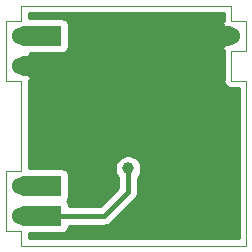
<source format=gbr>
%TF.GenerationSoftware,KiCad,Pcbnew,(5.1.9)-1*%
%TF.CreationDate,2021-05-28T15:44:06+02:00*%
%TF.ProjectId,16_STEP_DOWN,31365f53-5445-4505-9f44-4f574e2e6b69,rev?*%
%TF.SameCoordinates,Original*%
%TF.FileFunction,Copper,L2,Bot*%
%TF.FilePolarity,Positive*%
%FSLAX46Y46*%
G04 Gerber Fmt 4.6, Leading zero omitted, Abs format (unit mm)*
G04 Created by KiCad (PCBNEW (5.1.9)-1) date 2021-05-28 15:44:06*
%MOMM*%
%LPD*%
G01*
G04 APERTURE LIST*
%TA.AperFunction,Profile*%
%ADD10C,0.050000*%
%TD*%
%TA.AperFunction,ComponentPad*%
%ADD11C,1.524000*%
%TD*%
%TA.AperFunction,ComponentPad*%
%ADD12C,0.100000*%
%TD*%
%TA.AperFunction,ViaPad*%
%ADD13C,1.000000*%
%TD*%
%TA.AperFunction,Conductor*%
%ADD14C,0.400000*%
%TD*%
%TA.AperFunction,Conductor*%
%ADD15C,0.254000*%
%TD*%
%TA.AperFunction,Conductor*%
%ADD16C,0.100000*%
%TD*%
G04 APERTURE END LIST*
D10*
X119380000Y-67310000D02*
X120650000Y-67310000D01*
X119380000Y-64770000D02*
X119380000Y-67310000D01*
X120650000Y-64770000D02*
X119380000Y-64770000D01*
X120650000Y-62230000D02*
X120650000Y-64770000D01*
X119380000Y-62230000D02*
X120650000Y-62230000D01*
X119380000Y-60960000D02*
X119380000Y-62230000D01*
X113665000Y-60960000D02*
X119380000Y-60960000D01*
X114935000Y-81280000D02*
X120650000Y-81280000D01*
X101600000Y-62230000D02*
X101600000Y-60960000D01*
X100330000Y-62230000D02*
X101600000Y-62230000D01*
X100330000Y-64770000D02*
X100330000Y-62230000D01*
X101600000Y-67310000D02*
X100330000Y-67310000D01*
X101600000Y-74930000D02*
X101600000Y-67310000D01*
X100330000Y-74930000D02*
X101600000Y-74930000D01*
X120650000Y-67310000D02*
X120650000Y-81280000D01*
X101600000Y-60960000D02*
X113665000Y-60960000D01*
X101600000Y-80010000D02*
X101600000Y-81280000D01*
X100330000Y-80010000D02*
X101600000Y-80010000D01*
X100330000Y-64770000D02*
X100330000Y-67310000D01*
X114935000Y-81280000D02*
X101600000Y-81280000D01*
X100330000Y-80010000D02*
X100330000Y-74930000D01*
D11*
%TO.P,J4,1*%
%TO.N,EN*%
X101600000Y-78740000D03*
%TA.AperFunction,ComponentPad*%
D12*
G36*
X101928132Y-79589917D02*
G01*
X101845251Y-79584703D01*
X101763275Y-79571425D01*
X101682986Y-79550212D01*
X101605149Y-79521265D01*
X101530509Y-79484861D01*
X101459778Y-79441346D01*
X101393631Y-79391138D01*
X101332698Y-79334714D01*
X101277563Y-79272613D01*
X101228750Y-79205429D01*
X101186727Y-79133802D01*
X101151894Y-79058416D01*
X101124583Y-78979990D01*
X101105056Y-78899274D01*
X101093498Y-78817038D01*
X101090021Y-78734066D01*
X101094656Y-78651151D01*
X101107361Y-78569084D01*
X101128013Y-78488648D01*
X101156416Y-78410612D01*
X101192299Y-78335719D01*
X101235318Y-78264686D01*
X101285064Y-78198190D01*
X101341061Y-78136865D01*
X101402775Y-78081297D01*
X101469617Y-78032017D01*
X101540949Y-77989495D01*
X101616090Y-77954136D01*
X101694323Y-77926278D01*
X101774901Y-77906188D01*
X101857055Y-77894057D01*
X101940000Y-77890000D01*
X104990000Y-77890000D01*
X104990000Y-79590000D01*
X101940000Y-79590000D01*
X101928132Y-79589917D01*
G37*
%TD.AperFunction*%
%TD*%
D11*
%TO.P,J1,1*%
%TO.N,GND*%
X101600000Y-66040000D03*
%TA.AperFunction,ComponentPad*%
D12*
G36*
X101928132Y-66889917D02*
G01*
X101845251Y-66884703D01*
X101763275Y-66871425D01*
X101682986Y-66850212D01*
X101605149Y-66821265D01*
X101530509Y-66784861D01*
X101459778Y-66741346D01*
X101393631Y-66691138D01*
X101332698Y-66634714D01*
X101277563Y-66572613D01*
X101228750Y-66505429D01*
X101186727Y-66433802D01*
X101151894Y-66358416D01*
X101124583Y-66279990D01*
X101105056Y-66199274D01*
X101093498Y-66117038D01*
X101090021Y-66034066D01*
X101094656Y-65951151D01*
X101107361Y-65869084D01*
X101128013Y-65788648D01*
X101156416Y-65710612D01*
X101192299Y-65635719D01*
X101235318Y-65564686D01*
X101285064Y-65498190D01*
X101341061Y-65436865D01*
X101402775Y-65381297D01*
X101469617Y-65332017D01*
X101540949Y-65289495D01*
X101616090Y-65254136D01*
X101694323Y-65226278D01*
X101774901Y-65206188D01*
X101857055Y-65194057D01*
X101940000Y-65190000D01*
X104990000Y-65190000D01*
X104990000Y-66890000D01*
X101940000Y-66890000D01*
X101928132Y-66889917D01*
G37*
%TD.AperFunction*%
%TD*%
D11*
%TO.P,J2,1*%
%TO.N,V_BRUT*%
X101600000Y-63500000D03*
%TA.AperFunction,ComponentPad*%
D12*
G36*
X101928132Y-64349917D02*
G01*
X101845251Y-64344703D01*
X101763275Y-64331425D01*
X101682986Y-64310212D01*
X101605149Y-64281265D01*
X101530509Y-64244861D01*
X101459778Y-64201346D01*
X101393631Y-64151138D01*
X101332698Y-64094714D01*
X101277563Y-64032613D01*
X101228750Y-63965429D01*
X101186727Y-63893802D01*
X101151894Y-63818416D01*
X101124583Y-63739990D01*
X101105056Y-63659274D01*
X101093498Y-63577038D01*
X101090021Y-63494066D01*
X101094656Y-63411151D01*
X101107361Y-63329084D01*
X101128013Y-63248648D01*
X101156416Y-63170612D01*
X101192299Y-63095719D01*
X101235318Y-63024686D01*
X101285064Y-62958190D01*
X101341061Y-62896865D01*
X101402775Y-62841297D01*
X101469617Y-62792017D01*
X101540949Y-62749495D01*
X101616090Y-62714136D01*
X101694323Y-62686278D01*
X101774901Y-62666188D01*
X101857055Y-62654057D01*
X101940000Y-62650000D01*
X104990000Y-62650000D01*
X104990000Y-64350000D01*
X101940000Y-64350000D01*
X101928132Y-64349917D01*
G37*
%TD.AperFunction*%
%TD*%
D11*
%TO.P,J3,1*%
%TO.N,5V*%
X101600000Y-76200000D03*
%TA.AperFunction,ComponentPad*%
D12*
G36*
X101928132Y-77049917D02*
G01*
X101845251Y-77044703D01*
X101763275Y-77031425D01*
X101682986Y-77010212D01*
X101605149Y-76981265D01*
X101530509Y-76944861D01*
X101459778Y-76901346D01*
X101393631Y-76851138D01*
X101332698Y-76794714D01*
X101277563Y-76732613D01*
X101228750Y-76665429D01*
X101186727Y-76593802D01*
X101151894Y-76518416D01*
X101124583Y-76439990D01*
X101105056Y-76359274D01*
X101093498Y-76277038D01*
X101090021Y-76194066D01*
X101094656Y-76111151D01*
X101107361Y-76029084D01*
X101128013Y-75948648D01*
X101156416Y-75870612D01*
X101192299Y-75795719D01*
X101235318Y-75724686D01*
X101285064Y-75658190D01*
X101341061Y-75596865D01*
X101402775Y-75541297D01*
X101469617Y-75492017D01*
X101540949Y-75449495D01*
X101616090Y-75414136D01*
X101694323Y-75386278D01*
X101774901Y-75366188D01*
X101857055Y-75354057D01*
X101940000Y-75350000D01*
X104990000Y-75350000D01*
X104990000Y-77050000D01*
X101940000Y-77050000D01*
X101928132Y-77049917D01*
G37*
%TD.AperFunction*%
%TD*%
D11*
%TO.P,J5,1*%
%TO.N,GND*%
X119380000Y-63500000D03*
%TA.AperFunction,ComponentPad*%
D12*
G36*
X119051868Y-62650083D02*
G01*
X119134749Y-62655297D01*
X119216725Y-62668575D01*
X119297014Y-62689788D01*
X119374851Y-62718735D01*
X119449491Y-62755139D01*
X119520222Y-62798654D01*
X119586369Y-62848862D01*
X119647302Y-62905286D01*
X119702437Y-62967387D01*
X119751250Y-63034571D01*
X119793273Y-63106198D01*
X119828106Y-63181584D01*
X119855417Y-63260010D01*
X119874944Y-63340726D01*
X119886502Y-63422962D01*
X119889979Y-63505934D01*
X119885344Y-63588849D01*
X119872639Y-63670916D01*
X119851987Y-63751352D01*
X119823584Y-63829388D01*
X119787701Y-63904281D01*
X119744682Y-63975314D01*
X119694936Y-64041810D01*
X119638939Y-64103135D01*
X119577225Y-64158703D01*
X119510383Y-64207983D01*
X119439051Y-64250505D01*
X119363910Y-64285864D01*
X119285677Y-64313722D01*
X119205099Y-64333812D01*
X119122945Y-64345943D01*
X119040000Y-64350000D01*
X115990000Y-64350000D01*
X115990000Y-62650000D01*
X119040000Y-62650000D01*
X119051868Y-62650083D01*
G37*
%TD.AperFunction*%
%TD*%
D13*
%TO.N,GND*%
X112395000Y-66675000D03*
X106640000Y-80010000D03*
X118110000Y-76200000D03*
X112395000Y-67945000D03*
X112395000Y-65405000D03*
X116840000Y-74740000D03*
X119380000Y-72390000D03*
X111760000Y-80010000D03*
X114300000Y-80010000D03*
X116840000Y-80010000D03*
X119380000Y-80010000D03*
X116840000Y-77470000D03*
X115570000Y-76200000D03*
X118110000Y-73660000D03*
X119380000Y-74930000D03*
X119380000Y-77470000D03*
X119380000Y-69850000D03*
X118110000Y-68580000D03*
X118110000Y-66040000D03*
X102870000Y-68580000D03*
X102870000Y-71120000D03*
X102870000Y-73660000D03*
%TO.N,EN*%
X110640000Y-74740000D03*
%TD*%
D14*
%TO.N,GND*%
X111640000Y-80240000D02*
X106640000Y-80240000D01*
X104140000Y-66040000D02*
X105410000Y-66040000D01*
X105410000Y-66040000D02*
X107950000Y-63500000D01*
X114300000Y-63500000D02*
X116840000Y-63500000D01*
X111760000Y-80010000D02*
X119380000Y-80010000D01*
X119380000Y-77470000D02*
X119380000Y-80010000D01*
X116840000Y-77470000D02*
X116840000Y-80010000D01*
X119380000Y-77470000D02*
X119380000Y-69850000D01*
X116840000Y-77470000D02*
X116840000Y-74740000D01*
X118110000Y-76200000D02*
X118110000Y-73660000D01*
X115570000Y-76200000D02*
X116840000Y-77470000D01*
X118110000Y-73660000D02*
X119380000Y-74930000D01*
X118110000Y-68580000D02*
X119380000Y-69850000D01*
X118110000Y-66040000D02*
X118110000Y-68580000D01*
X118110000Y-64770000D02*
X116840000Y-63500000D01*
X118110000Y-66040000D02*
X118110000Y-64770000D01*
X112395000Y-67945000D02*
X112395000Y-65405000D01*
X112395000Y-63500000D02*
X114300000Y-63500000D01*
X112395000Y-65405000D02*
X112395000Y-63500000D01*
X107950000Y-63500000D02*
X112395000Y-63500000D01*
%TO.N,EN*%
X110640000Y-74740000D02*
X110640000Y-76740000D01*
X108640000Y-78740000D02*
X104140000Y-78740000D01*
X110640000Y-76740000D02*
X108640000Y-78740000D01*
%TD*%
D15*
%TO.N,GND*%
X118720001Y-62197571D02*
X118716807Y-62230000D01*
X118720037Y-62262799D01*
X118661020Y-62294344D01*
X118594040Y-62534435D01*
X119380000Y-63320395D01*
X119394143Y-63306253D01*
X119573748Y-63485858D01*
X119559605Y-63500000D01*
X119573748Y-63514143D01*
X119394143Y-63693748D01*
X119380000Y-63679605D01*
X118594040Y-64465565D01*
X118661020Y-64705656D01*
X118720394Y-64733576D01*
X118716807Y-64770000D01*
X118720000Y-64802418D01*
X118720001Y-67277571D01*
X118716807Y-67310000D01*
X118729550Y-67439383D01*
X118767290Y-67563793D01*
X118828575Y-67678450D01*
X118911052Y-67778948D01*
X119011550Y-67861425D01*
X119126207Y-67922710D01*
X119250617Y-67960450D01*
X119347581Y-67970000D01*
X119380000Y-67973193D01*
X119412419Y-67970000D01*
X119990000Y-67970000D01*
X119990001Y-80620000D01*
X102260000Y-80620000D01*
X102260000Y-80228072D01*
X104990000Y-80228072D01*
X105114482Y-80215812D01*
X105234180Y-80179502D01*
X105344494Y-80120537D01*
X105441185Y-80041185D01*
X105520537Y-79944494D01*
X105579502Y-79834180D01*
X105615812Y-79714482D01*
X105628072Y-79590000D01*
X105628072Y-79575000D01*
X108598982Y-79575000D01*
X108640000Y-79579040D01*
X108681018Y-79575000D01*
X108681019Y-79575000D01*
X108803689Y-79562918D01*
X108961087Y-79515172D01*
X109106146Y-79437636D01*
X109233291Y-79333291D01*
X109259446Y-79301421D01*
X111201427Y-77359441D01*
X111233291Y-77333291D01*
X111337636Y-77206146D01*
X111415172Y-77061087D01*
X111462918Y-76903689D01*
X111475000Y-76781019D01*
X111479040Y-76740001D01*
X111475000Y-76698982D01*
X111475000Y-75510132D01*
X111521612Y-75463520D01*
X111645824Y-75277624D01*
X111731383Y-75071067D01*
X111775000Y-74851788D01*
X111775000Y-74628212D01*
X111731383Y-74408933D01*
X111645824Y-74202376D01*
X111521612Y-74016480D01*
X111363520Y-73858388D01*
X111177624Y-73734176D01*
X110971067Y-73648617D01*
X110751788Y-73605000D01*
X110528212Y-73605000D01*
X110308933Y-73648617D01*
X110102376Y-73734176D01*
X109916480Y-73858388D01*
X109758388Y-74016480D01*
X109634176Y-74202376D01*
X109548617Y-74408933D01*
X109505000Y-74628212D01*
X109505000Y-74851788D01*
X109548617Y-75071067D01*
X109634176Y-75277624D01*
X109758388Y-75463520D01*
X109805000Y-75510132D01*
X109805001Y-76394131D01*
X108294133Y-77905000D01*
X105628072Y-77905000D01*
X105628072Y-77890000D01*
X105615812Y-77765518D01*
X105579502Y-77645820D01*
X105520537Y-77535506D01*
X105466778Y-77470000D01*
X105520537Y-77404494D01*
X105579502Y-77294180D01*
X105615812Y-77174482D01*
X105628072Y-77050000D01*
X105628072Y-75350000D01*
X105615812Y-75225518D01*
X105579502Y-75105820D01*
X105520537Y-74995506D01*
X105441185Y-74898815D01*
X105344494Y-74819463D01*
X105234180Y-74760498D01*
X105114482Y-74724188D01*
X104990000Y-74711928D01*
X102260000Y-74711928D01*
X102260000Y-67342419D01*
X102263193Y-67310000D01*
X102259963Y-67277201D01*
X102318980Y-67245656D01*
X102385960Y-67005565D01*
X101600000Y-66219605D01*
X101585858Y-66233748D01*
X101406253Y-66054143D01*
X101420395Y-66040000D01*
X101779605Y-66040000D01*
X102565565Y-66825960D01*
X102805656Y-66758980D01*
X102922756Y-66509952D01*
X102989023Y-66242865D01*
X103001910Y-65967983D01*
X102960922Y-65695867D01*
X102867636Y-65436977D01*
X102805656Y-65321020D01*
X102565565Y-65254040D01*
X101779605Y-66040000D01*
X101420395Y-66040000D01*
X101406253Y-66025858D01*
X101585858Y-65846253D01*
X101600000Y-65860395D01*
X102385960Y-65074435D01*
X102361867Y-64988072D01*
X104990000Y-64988072D01*
X105114482Y-64975812D01*
X105234180Y-64939502D01*
X105344494Y-64880537D01*
X105441185Y-64801185D01*
X105520537Y-64704494D01*
X105579502Y-64594180D01*
X105615812Y-64474482D01*
X105628072Y-64350000D01*
X105628072Y-63572017D01*
X117978090Y-63572017D01*
X118019078Y-63844133D01*
X118112364Y-64103023D01*
X118174344Y-64218980D01*
X118414435Y-64285960D01*
X119200395Y-63500000D01*
X118414435Y-62714040D01*
X118174344Y-62781020D01*
X118057244Y-63030048D01*
X117990977Y-63297135D01*
X117978090Y-63572017D01*
X105628072Y-63572017D01*
X105628072Y-62650000D01*
X105615812Y-62525518D01*
X105579502Y-62405820D01*
X105520537Y-62295506D01*
X105441185Y-62198815D01*
X105344494Y-62119463D01*
X105234180Y-62060498D01*
X105114482Y-62024188D01*
X104990000Y-62011928D01*
X102260000Y-62011928D01*
X102260000Y-61620000D01*
X118720001Y-61620000D01*
X118720001Y-62197571D01*
%TA.AperFunction,Conductor*%
D16*
G36*
X118720001Y-62197571D02*
G01*
X118716807Y-62230000D01*
X118720037Y-62262799D01*
X118661020Y-62294344D01*
X118594040Y-62534435D01*
X119380000Y-63320395D01*
X119394143Y-63306253D01*
X119573748Y-63485858D01*
X119559605Y-63500000D01*
X119573748Y-63514143D01*
X119394143Y-63693748D01*
X119380000Y-63679605D01*
X118594040Y-64465565D01*
X118661020Y-64705656D01*
X118720394Y-64733576D01*
X118716807Y-64770000D01*
X118720000Y-64802418D01*
X118720001Y-67277571D01*
X118716807Y-67310000D01*
X118729550Y-67439383D01*
X118767290Y-67563793D01*
X118828575Y-67678450D01*
X118911052Y-67778948D01*
X119011550Y-67861425D01*
X119126207Y-67922710D01*
X119250617Y-67960450D01*
X119347581Y-67970000D01*
X119380000Y-67973193D01*
X119412419Y-67970000D01*
X119990000Y-67970000D01*
X119990001Y-80620000D01*
X102260000Y-80620000D01*
X102260000Y-80228072D01*
X104990000Y-80228072D01*
X105114482Y-80215812D01*
X105234180Y-80179502D01*
X105344494Y-80120537D01*
X105441185Y-80041185D01*
X105520537Y-79944494D01*
X105579502Y-79834180D01*
X105615812Y-79714482D01*
X105628072Y-79590000D01*
X105628072Y-79575000D01*
X108598982Y-79575000D01*
X108640000Y-79579040D01*
X108681018Y-79575000D01*
X108681019Y-79575000D01*
X108803689Y-79562918D01*
X108961087Y-79515172D01*
X109106146Y-79437636D01*
X109233291Y-79333291D01*
X109259446Y-79301421D01*
X111201427Y-77359441D01*
X111233291Y-77333291D01*
X111337636Y-77206146D01*
X111415172Y-77061087D01*
X111462918Y-76903689D01*
X111475000Y-76781019D01*
X111479040Y-76740001D01*
X111475000Y-76698982D01*
X111475000Y-75510132D01*
X111521612Y-75463520D01*
X111645824Y-75277624D01*
X111731383Y-75071067D01*
X111775000Y-74851788D01*
X111775000Y-74628212D01*
X111731383Y-74408933D01*
X111645824Y-74202376D01*
X111521612Y-74016480D01*
X111363520Y-73858388D01*
X111177624Y-73734176D01*
X110971067Y-73648617D01*
X110751788Y-73605000D01*
X110528212Y-73605000D01*
X110308933Y-73648617D01*
X110102376Y-73734176D01*
X109916480Y-73858388D01*
X109758388Y-74016480D01*
X109634176Y-74202376D01*
X109548617Y-74408933D01*
X109505000Y-74628212D01*
X109505000Y-74851788D01*
X109548617Y-75071067D01*
X109634176Y-75277624D01*
X109758388Y-75463520D01*
X109805000Y-75510132D01*
X109805001Y-76394131D01*
X108294133Y-77905000D01*
X105628072Y-77905000D01*
X105628072Y-77890000D01*
X105615812Y-77765518D01*
X105579502Y-77645820D01*
X105520537Y-77535506D01*
X105466778Y-77470000D01*
X105520537Y-77404494D01*
X105579502Y-77294180D01*
X105615812Y-77174482D01*
X105628072Y-77050000D01*
X105628072Y-75350000D01*
X105615812Y-75225518D01*
X105579502Y-75105820D01*
X105520537Y-74995506D01*
X105441185Y-74898815D01*
X105344494Y-74819463D01*
X105234180Y-74760498D01*
X105114482Y-74724188D01*
X104990000Y-74711928D01*
X102260000Y-74711928D01*
X102260000Y-67342419D01*
X102263193Y-67310000D01*
X102259963Y-67277201D01*
X102318980Y-67245656D01*
X102385960Y-67005565D01*
X101600000Y-66219605D01*
X101585858Y-66233748D01*
X101406253Y-66054143D01*
X101420395Y-66040000D01*
X101779605Y-66040000D01*
X102565565Y-66825960D01*
X102805656Y-66758980D01*
X102922756Y-66509952D01*
X102989023Y-66242865D01*
X103001910Y-65967983D01*
X102960922Y-65695867D01*
X102867636Y-65436977D01*
X102805656Y-65321020D01*
X102565565Y-65254040D01*
X101779605Y-66040000D01*
X101420395Y-66040000D01*
X101406253Y-66025858D01*
X101585858Y-65846253D01*
X101600000Y-65860395D01*
X102385960Y-65074435D01*
X102361867Y-64988072D01*
X104990000Y-64988072D01*
X105114482Y-64975812D01*
X105234180Y-64939502D01*
X105344494Y-64880537D01*
X105441185Y-64801185D01*
X105520537Y-64704494D01*
X105579502Y-64594180D01*
X105615812Y-64474482D01*
X105628072Y-64350000D01*
X105628072Y-63572017D01*
X117978090Y-63572017D01*
X118019078Y-63844133D01*
X118112364Y-64103023D01*
X118174344Y-64218980D01*
X118414435Y-64285960D01*
X119200395Y-63500000D01*
X118414435Y-62714040D01*
X118174344Y-62781020D01*
X118057244Y-63030048D01*
X117990977Y-63297135D01*
X117978090Y-63572017D01*
X105628072Y-63572017D01*
X105628072Y-62650000D01*
X105615812Y-62525518D01*
X105579502Y-62405820D01*
X105520537Y-62295506D01*
X105441185Y-62198815D01*
X105344494Y-62119463D01*
X105234180Y-62060498D01*
X105114482Y-62024188D01*
X104990000Y-62011928D01*
X102260000Y-62011928D01*
X102260000Y-61620000D01*
X118720001Y-61620000D01*
X118720001Y-62197571D01*
G37*
%TD.AperFunction*%
%TD*%
M02*

</source>
